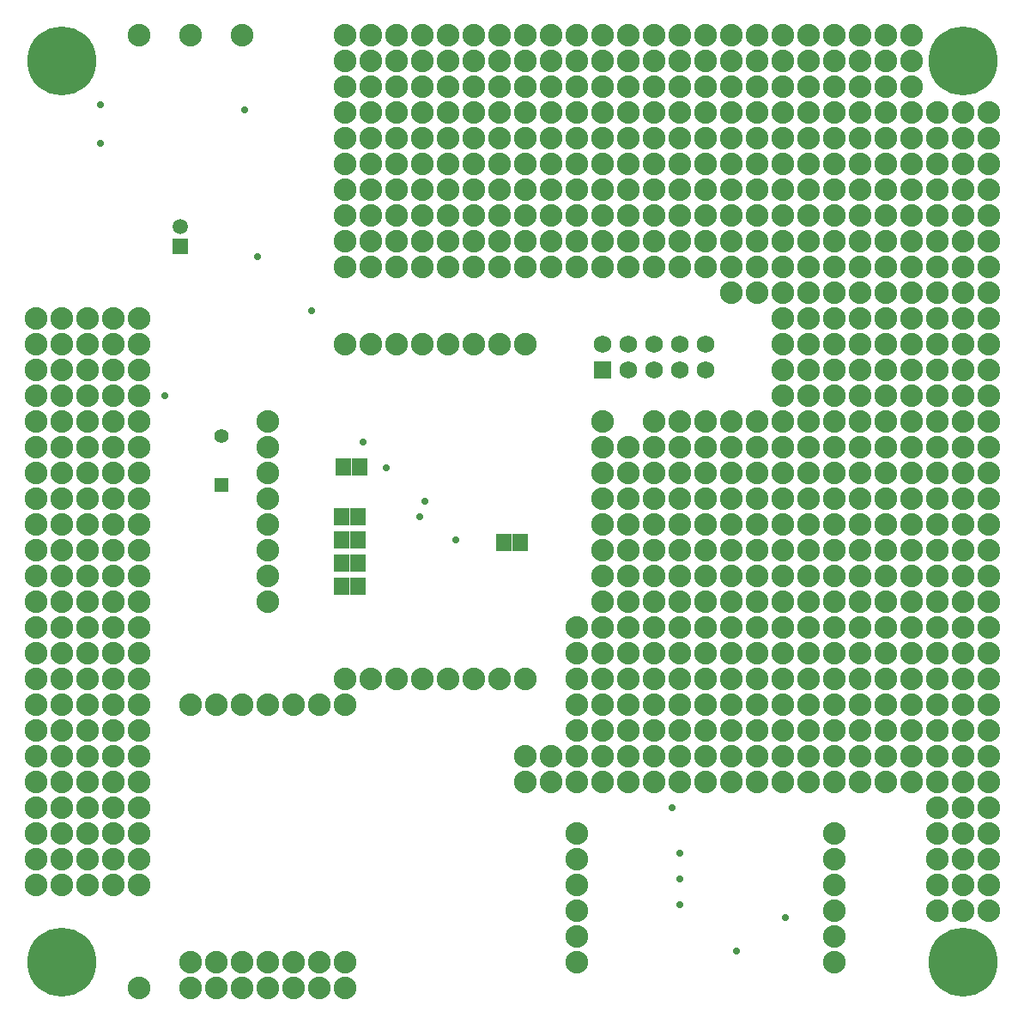
<source format=gbs>
G04 Layer_Color=8150272*
%FSLAX25Y25*%
%MOIN*%
G70*
G01*
G75*
%ADD47R,0.05918X0.06509*%
%ADD55C,0.08800*%
%ADD56C,0.05524*%
%ADD57R,0.05524X0.05524*%
%ADD58C,0.06800*%
%ADD59R,0.06800X0.06800*%
%ADD60C,0.26784*%
%ADD61R,0.05918X0.05918*%
%ADD62C,0.05918*%
%ADD63C,0.02800*%
D47*
X168851Y224000D02*
D03*
X175150D02*
D03*
X168851Y215000D02*
D03*
X175150D02*
D03*
X168851Y206000D02*
D03*
X175150D02*
D03*
X169350Y252500D02*
D03*
X175649D02*
D03*
X231850Y223000D02*
D03*
X238150D02*
D03*
X175150Y233000D02*
D03*
X168850D02*
D03*
D55*
X190000Y330000D02*
D03*
X170000D02*
D03*
X180000D02*
D03*
X170000Y410000D02*
D03*
Y400000D02*
D03*
Y390000D02*
D03*
Y380000D02*
D03*
X180000D02*
D03*
Y390000D02*
D03*
Y400000D02*
D03*
X190000Y390000D02*
D03*
Y380000D02*
D03*
Y370000D02*
D03*
Y360000D02*
D03*
Y350000D02*
D03*
Y340000D02*
D03*
X170000D02*
D03*
Y360000D02*
D03*
Y370000D02*
D03*
Y350000D02*
D03*
X180000Y340000D02*
D03*
Y360000D02*
D03*
Y370000D02*
D03*
Y350000D02*
D03*
X170000Y420000D02*
D03*
X180000Y410000D02*
D03*
Y420000D02*
D03*
X190000D02*
D03*
Y410000D02*
D03*
Y400000D02*
D03*
X250000D02*
D03*
X240000D02*
D03*
Y410000D02*
D03*
X250000D02*
D03*
X230000Y400000D02*
D03*
X220000D02*
D03*
Y410000D02*
D03*
X230000D02*
D03*
Y420000D02*
D03*
X220000D02*
D03*
X250000D02*
D03*
X240000D02*
D03*
X210000D02*
D03*
X250000Y390000D02*
D03*
X240000D02*
D03*
X250000Y380000D02*
D03*
X210000Y410000D02*
D03*
X200000Y420000D02*
D03*
X230000Y390000D02*
D03*
X240000Y380000D02*
D03*
X250000Y370000D02*
D03*
X210000Y350000D02*
D03*
Y370000D02*
D03*
Y360000D02*
D03*
Y340000D02*
D03*
X200000Y350000D02*
D03*
Y370000D02*
D03*
Y360000D02*
D03*
Y340000D02*
D03*
X250000D02*
D03*
Y350000D02*
D03*
Y360000D02*
D03*
X240000Y370000D02*
D03*
X230000Y380000D02*
D03*
X240000Y360000D02*
D03*
Y350000D02*
D03*
Y340000D02*
D03*
X230000D02*
D03*
X220000D02*
D03*
Y350000D02*
D03*
X230000D02*
D03*
Y360000D02*
D03*
X220000D02*
D03*
X230000Y370000D02*
D03*
X220000D02*
D03*
Y380000D02*
D03*
Y390000D02*
D03*
X210000Y400000D02*
D03*
Y390000D02*
D03*
Y380000D02*
D03*
X200000D02*
D03*
Y390000D02*
D03*
Y400000D02*
D03*
Y410000D02*
D03*
X310000Y400000D02*
D03*
X300000D02*
D03*
Y410000D02*
D03*
X310000D02*
D03*
X290000Y400000D02*
D03*
X280000D02*
D03*
Y410000D02*
D03*
X290000D02*
D03*
Y420000D02*
D03*
X280000D02*
D03*
X310000D02*
D03*
X300000D02*
D03*
X270000D02*
D03*
X310000Y390000D02*
D03*
X300000D02*
D03*
X310000Y380000D02*
D03*
X270000Y410000D02*
D03*
X260000Y420000D02*
D03*
X290000Y390000D02*
D03*
X300000Y380000D02*
D03*
X310000Y370000D02*
D03*
X270000Y350000D02*
D03*
Y370000D02*
D03*
Y360000D02*
D03*
Y340000D02*
D03*
X260000Y350000D02*
D03*
Y370000D02*
D03*
Y360000D02*
D03*
Y340000D02*
D03*
X310000D02*
D03*
Y350000D02*
D03*
Y360000D02*
D03*
X300000Y370000D02*
D03*
X290000Y380000D02*
D03*
X300000Y360000D02*
D03*
Y350000D02*
D03*
Y340000D02*
D03*
X290000D02*
D03*
X280000D02*
D03*
Y350000D02*
D03*
X290000D02*
D03*
Y360000D02*
D03*
X280000D02*
D03*
X290000Y370000D02*
D03*
X280000D02*
D03*
Y380000D02*
D03*
Y390000D02*
D03*
X270000Y400000D02*
D03*
Y390000D02*
D03*
Y380000D02*
D03*
X260000D02*
D03*
Y390000D02*
D03*
Y400000D02*
D03*
Y410000D02*
D03*
X320000D02*
D03*
Y400000D02*
D03*
Y390000D02*
D03*
Y380000D02*
D03*
X330000D02*
D03*
Y390000D02*
D03*
Y400000D02*
D03*
X340000Y390000D02*
D03*
Y380000D02*
D03*
Y370000D02*
D03*
X350000D02*
D03*
X340000Y360000D02*
D03*
X350000D02*
D03*
Y350000D02*
D03*
X340000D02*
D03*
Y340000D02*
D03*
X350000D02*
D03*
X360000D02*
D03*
Y350000D02*
D03*
Y360000D02*
D03*
X350000Y380000D02*
D03*
X360000Y370000D02*
D03*
X370000Y360000D02*
D03*
Y350000D02*
D03*
Y340000D02*
D03*
X380000Y350000D02*
D03*
Y330000D02*
D03*
Y340000D02*
D03*
X260000Y190000D02*
D03*
Y180000D02*
D03*
X270000Y190000D02*
D03*
Y180000D02*
D03*
X260000Y150000D02*
D03*
Y160000D02*
D03*
Y170000D02*
D03*
X230000Y330000D02*
D03*
X240000D02*
D03*
X210000D02*
D03*
X200000D02*
D03*
X220000D02*
D03*
X250000D02*
D03*
X290000D02*
D03*
X300000D02*
D03*
X270000D02*
D03*
X260000D02*
D03*
X280000D02*
D03*
X310000D02*
D03*
X320000Y340000D02*
D03*
Y330000D02*
D03*
Y360000D02*
D03*
Y370000D02*
D03*
Y350000D02*
D03*
Y320000D02*
D03*
X330000Y340000D02*
D03*
Y330000D02*
D03*
Y360000D02*
D03*
Y370000D02*
D03*
Y350000D02*
D03*
Y320000D02*
D03*
X370000Y300000D02*
D03*
Y290000D02*
D03*
Y320000D02*
D03*
Y330000D02*
D03*
Y310000D02*
D03*
Y280000D02*
D03*
X360000Y300000D02*
D03*
Y290000D02*
D03*
Y320000D02*
D03*
Y330000D02*
D03*
Y310000D02*
D03*
Y280000D02*
D03*
X350000Y300000D02*
D03*
Y290000D02*
D03*
Y320000D02*
D03*
Y330000D02*
D03*
Y310000D02*
D03*
Y280000D02*
D03*
X340000Y300000D02*
D03*
Y290000D02*
D03*
Y320000D02*
D03*
Y330000D02*
D03*
Y310000D02*
D03*
Y280000D02*
D03*
X310000Y180000D02*
D03*
X300000D02*
D03*
X330000D02*
D03*
X340000D02*
D03*
X320000D02*
D03*
X290000D02*
D03*
X280000D02*
D03*
Y190000D02*
D03*
Y200000D02*
D03*
Y210000D02*
D03*
Y220000D02*
D03*
Y230000D02*
D03*
Y240000D02*
D03*
Y250000D02*
D03*
Y260000D02*
D03*
X290000Y190000D02*
D03*
Y200000D02*
D03*
Y210000D02*
D03*
Y220000D02*
D03*
Y230000D02*
D03*
Y240000D02*
D03*
Y250000D02*
D03*
Y260000D02*
D03*
Y270000D02*
D03*
X350000D02*
D03*
X370000D02*
D03*
X360000D02*
D03*
X350000Y250000D02*
D03*
X370000D02*
D03*
X360000D02*
D03*
Y260000D02*
D03*
X370000D02*
D03*
X350000D02*
D03*
X320000Y250000D02*
D03*
X340000D02*
D03*
X330000D02*
D03*
Y260000D02*
D03*
X340000D02*
D03*
X320000D02*
D03*
Y270000D02*
D03*
X340000D02*
D03*
X330000D02*
D03*
X300000D02*
D03*
X310000D02*
D03*
X300000Y260000D02*
D03*
X310000D02*
D03*
X300000Y250000D02*
D03*
X310000D02*
D03*
X350000Y240000D02*
D03*
X370000D02*
D03*
X360000D02*
D03*
X350000Y220000D02*
D03*
X370000D02*
D03*
X360000D02*
D03*
Y230000D02*
D03*
X370000D02*
D03*
X350000D02*
D03*
X320000Y220000D02*
D03*
X340000D02*
D03*
X330000D02*
D03*
Y230000D02*
D03*
X340000D02*
D03*
X320000D02*
D03*
Y240000D02*
D03*
X340000D02*
D03*
X330000D02*
D03*
X300000D02*
D03*
X310000D02*
D03*
X300000Y230000D02*
D03*
X310000D02*
D03*
X300000Y220000D02*
D03*
X310000D02*
D03*
X350000Y210000D02*
D03*
X370000D02*
D03*
X360000D02*
D03*
X350000Y190000D02*
D03*
X370000D02*
D03*
X360000D02*
D03*
Y200000D02*
D03*
X370000D02*
D03*
X350000D02*
D03*
X320000Y190000D02*
D03*
X340000D02*
D03*
X330000D02*
D03*
Y200000D02*
D03*
X340000D02*
D03*
X320000D02*
D03*
Y210000D02*
D03*
X340000D02*
D03*
X330000D02*
D03*
X300000D02*
D03*
X310000D02*
D03*
X300000Y200000D02*
D03*
X310000D02*
D03*
X300000Y190000D02*
D03*
X310000D02*
D03*
X320000Y170000D02*
D03*
X340000D02*
D03*
X330000D02*
D03*
X320000Y150000D02*
D03*
X340000D02*
D03*
X330000D02*
D03*
Y160000D02*
D03*
X340000D02*
D03*
X320000D02*
D03*
X290000Y150000D02*
D03*
X310000D02*
D03*
X300000D02*
D03*
Y160000D02*
D03*
X310000D02*
D03*
X290000D02*
D03*
Y170000D02*
D03*
X310000D02*
D03*
X300000D02*
D03*
X270000D02*
D03*
X280000D02*
D03*
X270000Y160000D02*
D03*
X280000D02*
D03*
X270000Y150000D02*
D03*
X280000D02*
D03*
X240000Y130000D02*
D03*
X250000D02*
D03*
Y140000D02*
D03*
X240000D02*
D03*
X270000D02*
D03*
X280000D02*
D03*
Y130000D02*
D03*
X270000D02*
D03*
X260000D02*
D03*
Y140000D02*
D03*
X300000D02*
D03*
X310000D02*
D03*
Y130000D02*
D03*
X300000D02*
D03*
X290000D02*
D03*
Y140000D02*
D03*
X90000Y230000D02*
D03*
Y220000D02*
D03*
Y240000D02*
D03*
Y250000D02*
D03*
X80000Y230000D02*
D03*
Y220000D02*
D03*
Y240000D02*
D03*
Y250000D02*
D03*
X70000Y230000D02*
D03*
Y220000D02*
D03*
Y240000D02*
D03*
Y250000D02*
D03*
X90000Y300000D02*
D03*
Y290000D02*
D03*
Y310000D02*
D03*
Y270000D02*
D03*
Y280000D02*
D03*
Y260000D02*
D03*
Y210000D02*
D03*
Y200000D02*
D03*
Y190000D02*
D03*
X80000Y210000D02*
D03*
X70000D02*
D03*
X80000Y200000D02*
D03*
X70000D02*
D03*
X80000Y190000D02*
D03*
X70000D02*
D03*
X60000D02*
D03*
X50000D02*
D03*
X60000Y200000D02*
D03*
X50000D02*
D03*
X60000Y210000D02*
D03*
X50000D02*
D03*
X80000Y260000D02*
D03*
X70000D02*
D03*
X60000Y250000D02*
D03*
Y240000D02*
D03*
Y260000D02*
D03*
Y220000D02*
D03*
Y230000D02*
D03*
X50000Y250000D02*
D03*
Y240000D02*
D03*
Y260000D02*
D03*
Y220000D02*
D03*
Y230000D02*
D03*
X360000Y150000D02*
D03*
X350000D02*
D03*
X360000Y160000D02*
D03*
X350000D02*
D03*
X360000Y170000D02*
D03*
X350000D02*
D03*
X360000Y180000D02*
D03*
X350000D02*
D03*
X380000Y360000D02*
D03*
X370000Y370000D02*
D03*
X360000Y380000D02*
D03*
X350000Y390000D02*
D03*
X320000Y420000D02*
D03*
X330000Y410000D02*
D03*
X390000Y330000D02*
D03*
Y340000D02*
D03*
Y350000D02*
D03*
X380000Y370000D02*
D03*
X390000Y360000D02*
D03*
Y370000D02*
D03*
X370000Y380000D02*
D03*
X360000Y390000D02*
D03*
X370000D02*
D03*
X330000Y420000D02*
D03*
X380000D02*
D03*
X390000D02*
D03*
X360000D02*
D03*
X370000D02*
D03*
X340000D02*
D03*
X350000D02*
D03*
Y410000D02*
D03*
X340000D02*
D03*
Y400000D02*
D03*
X350000D02*
D03*
X370000Y410000D02*
D03*
X360000D02*
D03*
Y400000D02*
D03*
X370000D02*
D03*
X390000Y410000D02*
D03*
X380000D02*
D03*
Y400000D02*
D03*
X390000D02*
D03*
Y390000D02*
D03*
X380000D02*
D03*
Y380000D02*
D03*
X390000D02*
D03*
Y290000D02*
D03*
X380000D02*
D03*
Y280000D02*
D03*
X390000D02*
D03*
Y310000D02*
D03*
X380000D02*
D03*
Y300000D02*
D03*
X390000D02*
D03*
Y320000D02*
D03*
X380000D02*
D03*
Y270000D02*
D03*
X390000D02*
D03*
Y250000D02*
D03*
X380000D02*
D03*
Y260000D02*
D03*
X390000D02*
D03*
Y230000D02*
D03*
X380000D02*
D03*
Y240000D02*
D03*
X390000D02*
D03*
X380000Y220000D02*
D03*
X390000D02*
D03*
X380000Y200000D02*
D03*
Y210000D02*
D03*
Y190000D02*
D03*
X390000Y200000D02*
D03*
Y210000D02*
D03*
Y190000D02*
D03*
X410000Y150000D02*
D03*
X420000D02*
D03*
X400000D02*
D03*
X380000D02*
D03*
X390000D02*
D03*
X370000D02*
D03*
X380000Y180000D02*
D03*
X390000D02*
D03*
X370000D02*
D03*
Y170000D02*
D03*
X390000D02*
D03*
X380000D02*
D03*
Y160000D02*
D03*
X390000D02*
D03*
X370000D02*
D03*
X400000Y170000D02*
D03*
X420000D02*
D03*
X410000D02*
D03*
Y160000D02*
D03*
X420000D02*
D03*
X400000D02*
D03*
Y190000D02*
D03*
X420000D02*
D03*
X410000D02*
D03*
Y180000D02*
D03*
X420000D02*
D03*
X400000D02*
D03*
Y210000D02*
D03*
X420000D02*
D03*
X410000D02*
D03*
Y200000D02*
D03*
X420000D02*
D03*
X400000D02*
D03*
Y250000D02*
D03*
X420000D02*
D03*
X410000D02*
D03*
Y240000D02*
D03*
X420000D02*
D03*
X400000D02*
D03*
Y220000D02*
D03*
X420000D02*
D03*
X410000D02*
D03*
Y230000D02*
D03*
X420000D02*
D03*
X400000D02*
D03*
Y260000D02*
D03*
X420000D02*
D03*
X410000D02*
D03*
Y270000D02*
D03*
X420000D02*
D03*
X400000D02*
D03*
Y310000D02*
D03*
X420000D02*
D03*
X410000D02*
D03*
Y300000D02*
D03*
X420000D02*
D03*
X400000D02*
D03*
Y280000D02*
D03*
X420000D02*
D03*
X410000D02*
D03*
Y290000D02*
D03*
X420000D02*
D03*
X400000D02*
D03*
Y320000D02*
D03*
X420000D02*
D03*
X410000D02*
D03*
Y330000D02*
D03*
X420000D02*
D03*
X400000D02*
D03*
X50000Y280000D02*
D03*
X60000D02*
D03*
X80000D02*
D03*
X70000D02*
D03*
Y270000D02*
D03*
X80000D02*
D03*
X60000D02*
D03*
X50000D02*
D03*
Y310000D02*
D03*
X60000D02*
D03*
X80000D02*
D03*
X70000D02*
D03*
X50000Y290000D02*
D03*
X60000D02*
D03*
X80000D02*
D03*
X70000D02*
D03*
Y300000D02*
D03*
X80000D02*
D03*
X60000D02*
D03*
X50000D02*
D03*
X60000Y130000D02*
D03*
X50000D02*
D03*
X70000D02*
D03*
X90000D02*
D03*
X80000D02*
D03*
Y120000D02*
D03*
X90000D02*
D03*
X70000D02*
D03*
X50000D02*
D03*
X60000D02*
D03*
Y150000D02*
D03*
X50000D02*
D03*
X70000D02*
D03*
X90000D02*
D03*
X80000D02*
D03*
Y140000D02*
D03*
X90000D02*
D03*
X70000D02*
D03*
X50000D02*
D03*
X60000D02*
D03*
Y170000D02*
D03*
X50000D02*
D03*
X70000D02*
D03*
X90000D02*
D03*
X80000D02*
D03*
Y160000D02*
D03*
X90000D02*
D03*
X70000D02*
D03*
X50000D02*
D03*
X60000D02*
D03*
X80000Y180000D02*
D03*
X90000D02*
D03*
X70000D02*
D03*
X50000D02*
D03*
X60000D02*
D03*
Y100000D02*
D03*
X50000D02*
D03*
X70000D02*
D03*
X90000D02*
D03*
X80000D02*
D03*
Y110000D02*
D03*
X90000D02*
D03*
X70000D02*
D03*
X50000D02*
D03*
X60000D02*
D03*
X80000Y90000D02*
D03*
X90000D02*
D03*
X70000D02*
D03*
X50000D02*
D03*
X60000D02*
D03*
X400000Y120000D02*
D03*
X420000D02*
D03*
X410000D02*
D03*
X400000Y100000D02*
D03*
X420000D02*
D03*
X410000D02*
D03*
Y110000D02*
D03*
X420000D02*
D03*
X400000D02*
D03*
Y80000D02*
D03*
X420000D02*
D03*
X410000D02*
D03*
Y90000D02*
D03*
X420000D02*
D03*
X400000D02*
D03*
X320000Y140000D02*
D03*
Y130000D02*
D03*
X330000D02*
D03*
X340000D02*
D03*
X360000D02*
D03*
X350000D02*
D03*
X390000D02*
D03*
X380000D02*
D03*
X370000D02*
D03*
X400000D02*
D03*
X420000D02*
D03*
X410000D02*
D03*
Y140000D02*
D03*
X420000D02*
D03*
X400000D02*
D03*
X370000D02*
D03*
X380000D02*
D03*
X390000D02*
D03*
X350000D02*
D03*
X360000D02*
D03*
X340000D02*
D03*
X330000D02*
D03*
X400000Y390000D02*
D03*
X420000D02*
D03*
X410000D02*
D03*
Y380000D02*
D03*
X420000D02*
D03*
X400000D02*
D03*
X110000Y420000D02*
D03*
X130000D02*
D03*
X140000Y220000D02*
D03*
X140000Y230000D02*
D03*
Y270000D02*
D03*
X190000Y170000D02*
D03*
X210000D02*
D03*
X220000D02*
D03*
X230000D02*
D03*
X170000Y300000D02*
D03*
X190000Y300000D02*
D03*
X200000Y300000D02*
D03*
X210000Y300000D02*
D03*
X230000Y300000D02*
D03*
X240000Y300000D02*
D03*
X270000Y270000D02*
D03*
Y260000D02*
D03*
X270000Y250000D02*
D03*
Y240000D02*
D03*
X270000Y230000D02*
D03*
X270000Y220000D02*
D03*
X220000Y300000D02*
D03*
X270000Y210000D02*
D03*
X180000Y300000D02*
D03*
X140000Y260000D02*
D03*
Y250000D02*
D03*
X140000Y210000D02*
D03*
Y200000D02*
D03*
X170000Y170000D02*
D03*
X180000D02*
D03*
X200000D02*
D03*
X140000Y240000D02*
D03*
X360000Y110000D02*
D03*
Y100000D02*
D03*
Y90000D02*
D03*
Y80000D02*
D03*
Y70000D02*
D03*
Y60000D02*
D03*
X260000Y110000D02*
D03*
Y100000D02*
D03*
Y90000D02*
D03*
Y80000D02*
D03*
Y70000D02*
D03*
Y60000D02*
D03*
X110000Y50000D02*
D03*
X120000D02*
D03*
X130000Y60000D02*
D03*
Y50000D02*
D03*
X140000Y60000D02*
D03*
Y50000D02*
D03*
X150000Y60000D02*
D03*
Y50000D02*
D03*
X160000Y60000D02*
D03*
Y50000D02*
D03*
X110000Y160000D02*
D03*
X120000D02*
D03*
X130000D02*
D03*
X140000D02*
D03*
X150000D02*
D03*
X160000D02*
D03*
X170000D02*
D03*
X110000Y60000D02*
D03*
X120000D02*
D03*
X170000D02*
D03*
Y50000D02*
D03*
X90000D02*
D03*
Y420000D02*
D03*
X240000Y170000D02*
D03*
X270000Y200000D02*
D03*
X400000Y350000D02*
D03*
X420000D02*
D03*
X410000D02*
D03*
Y340000D02*
D03*
X420000D02*
D03*
X400000D02*
D03*
Y360000D02*
D03*
X420000D02*
D03*
X410000D02*
D03*
Y370000D02*
D03*
X420000D02*
D03*
X400000D02*
D03*
D56*
X122000Y264606D02*
D03*
D57*
X122000Y245394D02*
D03*
D58*
X290000Y300000D02*
D03*
Y290000D02*
D03*
X280000Y300000D02*
D03*
Y290000D02*
D03*
X270000Y300000D02*
D03*
X300000Y290000D02*
D03*
Y300000D02*
D03*
X310000Y290000D02*
D03*
Y300000D02*
D03*
D59*
X270000Y290000D02*
D03*
D60*
X60000Y410000D02*
D03*
Y60000D02*
D03*
X410000D02*
D03*
Y410000D02*
D03*
D61*
X106000Y338063D02*
D03*
D62*
Y345937D02*
D03*
D63*
X297000Y120000D02*
D03*
X177000Y262000D02*
D03*
X157000Y313000D02*
D03*
X213000Y224000D02*
D03*
X186000Y252000D02*
D03*
X199000Y233000D02*
D03*
X201000Y239000D02*
D03*
X100000Y280000D02*
D03*
X131000Y391000D02*
D03*
X75000Y393000D02*
D03*
X322106Y64492D02*
D03*
X300106Y102492D02*
D03*
Y92492D02*
D03*
X300114Y82500D02*
D03*
X341098Y77500D02*
D03*
X75000Y378000D02*
D03*
X136000Y334000D02*
D03*
M02*

</source>
